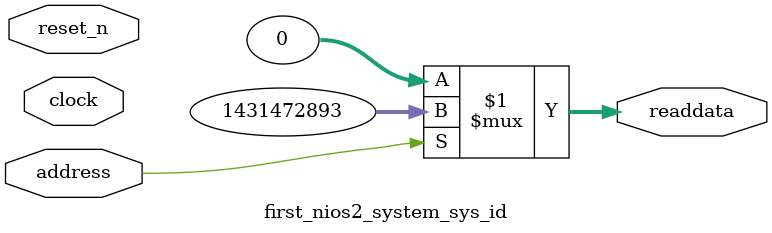
<source format=v>

`timescale 1ns / 1ps
// synthesis translate_on

// turn off superfluous verilog processor warnings 
// altera message_level Level1 
// altera message_off 10034 10035 10036 10037 10230 10240 10030 

module first_nios2_system_sys_id (
               // inputs:
                address,
                clock,
                reset_n,

               // outputs:
                readdata
             )
;

  output  [ 31: 0] readdata;
  input            address;
  input            clock;
  input            reset_n;

  wire    [ 31: 0] readdata;
  //control_slave, which is an e_avalon_slave
  assign readdata = address ? 1431472893 : 0;

endmodule




</source>
